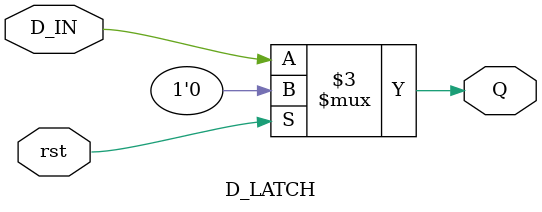
<source format=v>
`timescale 1ns / 1ps

// Author      : Venu Pabbuleti 
// ID          : N180116
//Branch       : ECE
//Project Name : RTL design using Verilog
//Design  Name : D LATCH
//Module  Name : D_LATCH
//RGUKT NUZVID 
//////////////////////////////////////////////////////////////////////////////////


module D_LATCH(D_IN,rst,Q);
input D_IN,rst;
output reg Q;

always@(rst,D_IN) begin
    if(rst)
        Q<=0;
    else
        Q<=D_IN;
end
endmodule

</source>
